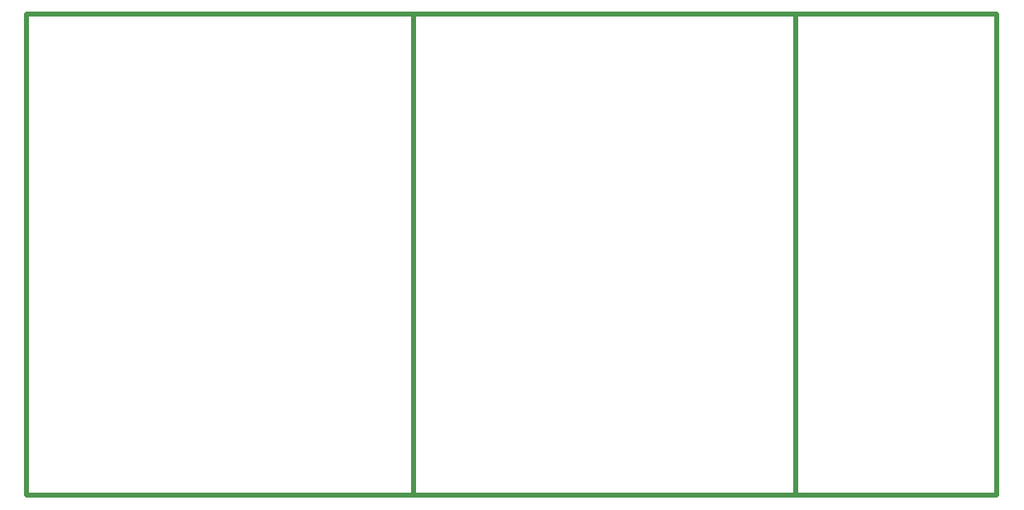
<source format=gm1>
%FSLAX44Y44*%
%MOMM*%
G71*
G01*
G75*
%ADD10C,0.2540*%
%ADD11R,1.0000X1.1000*%
%ADD12R,1.3000X1.5000*%
%ADD13O,0.3500X2.2000*%
%ADD14R,1.1000X1.0000*%
%ADD15O,0.6350X2.0320*%
%ADD16R,0.6350X2.0320*%
%ADD17R,1.7000X1.8000*%
%ADD18R,1.8000X1.7000*%
%ADD19R,0.9000X0.9500*%
%ADD20R,0.9500X0.9000*%
%ADD21R,1.5000X1.3000*%
%ADD22R,0.3500X2.2000*%
%ADD23C,0.5080*%
%ADD24C,0.3810*%
%ADD25R,2.5400X4.6990*%
%ADD26R,1.5000X1.5000*%
%ADD27C,1.5000*%
%ADD28C,1.5000*%
%ADD29R,1.5240X1.5240*%
%ADD30C,1.0000*%
%ADD31C,1.0000*%
%ADD32R,0.5500X0.4860*%
%ADD33R,0.5500X0.3860*%
%ADD34R,1.2000X1.0000*%
%ADD35C,0.2000*%
%ADD36C,0.2032*%
%ADD37R,1.3556X1.4556*%
%ADD38R,1.6556X1.8556*%
%ADD39O,0.7056X2.5556*%
%ADD40R,1.4556X1.3556*%
%ADD41O,0.9906X2.3876*%
%ADD42R,0.9906X2.3876*%
%ADD43R,2.0556X2.1556*%
%ADD44R,2.1556X2.0556*%
%ADD45R,1.2556X1.3056*%
%ADD46R,1.3056X1.2556*%
%ADD47R,1.8556X1.6556*%
%ADD48R,0.7056X2.5556*%
%ADD49R,1.8556X1.8556*%
%ADD50C,1.8556*%
%ADD51C,1.8556*%
%ADD52R,1.8796X1.8796*%
%ADD53R,0.9056X0.8416*%
%ADD54R,0.9056X0.7416*%
%ADD55R,1.5556X1.3556*%
D23*
X259080Y299720D02*
Y792480D01*
Y299720D02*
X1252220D01*
Y792480D01*
X259080D02*
X1252220D01*
X655320Y299720D02*
Y792480D01*
X1046480Y299720D02*
Y792480D01*
M02*

</source>
